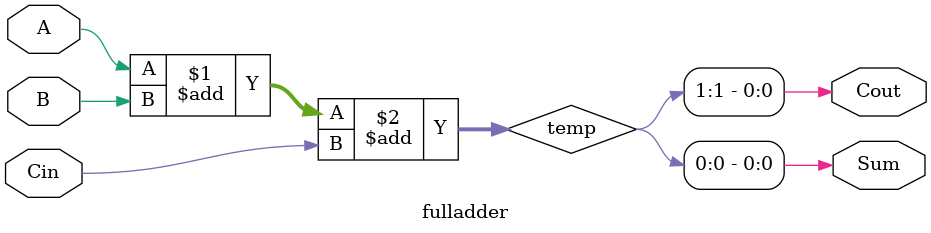
<source format=v>
`timescale 1ns / 1ps


module fulladder(
    input A,
    input B,
    input Cin,
    output Sum,
    output Cout
    );
    wire [1:0] temp;
    assign temp = A + B + Cin;
    assign Sum = temp[0];
    assign Cout = temp[1];
endmodule

</source>
